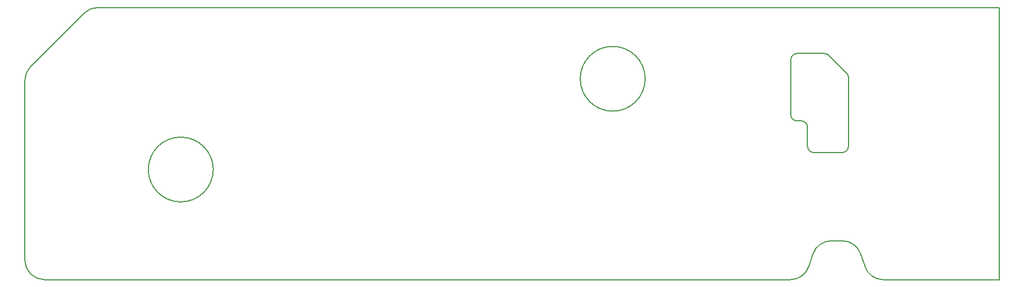
<source format=gbr>
%TF.GenerationSoftware,KiCad,Pcbnew,8.0.4*%
%TF.CreationDate,2024-09-24T16:35:55-04:00*%
%TF.ProjectId,cablight,6361626c-6967-4687-942e-6b696361645f,rev?*%
%TF.SameCoordinates,Original*%
%TF.FileFunction,Profile,NP*%
%FSLAX46Y46*%
G04 Gerber Fmt 4.6, Leading zero omitted, Abs format (unit mm)*
G04 Created by KiCad (PCBNEW 8.0.4) date 2024-09-24 16:35:55*
%MOMM*%
%LPD*%
G01*
G04 APERTURE LIST*
%TA.AperFunction,Profile*%
%ADD10C,0.150000*%
%TD*%
G04 APERTURE END LIST*
D10*
X236507626Y-90107196D02*
G75*
G02*
X236800012Y-90813783I-707626J-706604D01*
G01*
X233090251Y-87100000D02*
G75*
G02*
X233791964Y-87387492I49J-1000000D01*
G01*
X227900000Y-88100000D02*
G75*
G02*
X228900000Y-87100000I1000000J0D01*
G01*
X228900000Y-97500000D02*
G75*
G02*
X227900000Y-96500000I0J1000000D01*
G01*
X229500000Y-97500000D02*
G75*
G02*
X230500000Y-98500000I0J-1000000D01*
G01*
X231500000Y-102400000D02*
G75*
G02*
X230500000Y-101400000I0J1000000D01*
G01*
X236800000Y-101400000D02*
G75*
G02*
X235800000Y-102400000I-1000000J0D01*
G01*
X233090251Y-87100000D02*
X228900000Y-87100000D01*
X229500000Y-97500000D02*
X228900000Y-97500000D01*
X227900000Y-88100000D02*
X227900000Y-96500000D01*
X236507626Y-90107196D02*
X233791940Y-87387516D01*
X205500000Y-91000000D02*
G75*
G02*
X195500000Y-91000000I-5000000J0D01*
G01*
X195500000Y-91000000D02*
G75*
G02*
X205500000Y-91000000I5000000J0D01*
G01*
X139000000Y-105000000D02*
G75*
G02*
X129000000Y-105000000I-5000000J0D01*
G01*
X129000000Y-105000000D02*
G75*
G02*
X139000000Y-105000000I5000000J0D01*
G01*
X235837722Y-116000000D02*
G75*
G02*
X238683752Y-118051324I-22J-3000000D01*
G01*
X234162278Y-116000000D02*
X235837722Y-116000000D01*
X238683772Y-118051317D02*
X239316228Y-119948683D01*
X242162277Y-122000000D02*
X260000000Y-122000000D01*
X113000000Y-122000000D02*
G75*
G02*
X110000000Y-119000000I0J3000000D01*
G01*
X231316228Y-118051317D02*
G75*
G02*
X234162278Y-115999979I2846072J-948683D01*
G01*
X227837723Y-122000000D02*
X113000000Y-122000000D01*
X260000000Y-80000000D02*
X260000000Y-122000000D01*
X121242641Y-80000000D02*
X260000000Y-80000000D01*
X242162277Y-122000000D02*
G75*
G02*
X239316183Y-119948698I23J3000100D01*
G01*
X110000000Y-91242641D02*
G75*
G02*
X110878701Y-89121341I2999800J41D01*
G01*
X230683772Y-119948683D02*
X231316228Y-118051317D01*
X119121321Y-80878679D02*
G75*
G02*
X121242641Y-80000017I2121379J-2121521D01*
G01*
X110878680Y-89121320D02*
X119121321Y-80878679D01*
X230683772Y-119948683D02*
G75*
G02*
X227837723Y-122000021I-2846072J948683D01*
G01*
X110000000Y-119000000D02*
X110000000Y-91242641D01*
X230500000Y-98500000D02*
X230500000Y-101400000D01*
X235800000Y-102400000D02*
X231500000Y-102400000D01*
X236800000Y-90813783D02*
X236800000Y-101400000D01*
M02*

</source>
